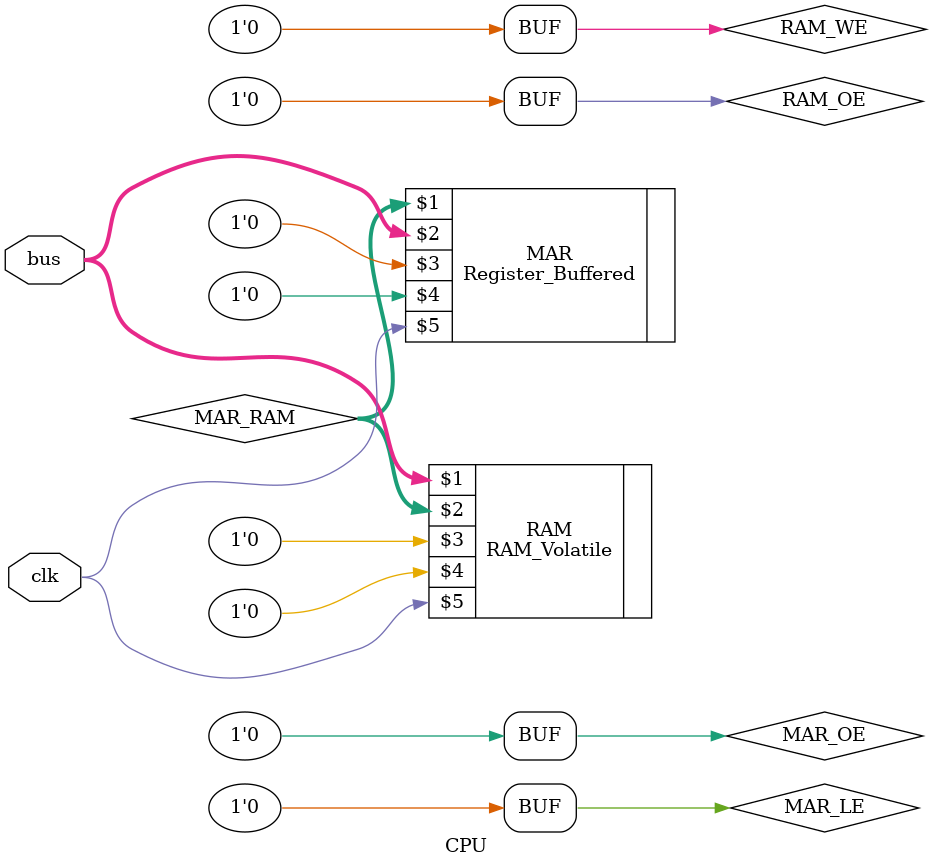
<source format=v>
module CPU(
  inout [busWidth - 1:0] bus,
  input clk);

  parameter busWidth = 16;

  // Control
  reg MAR_OE = 0;
  reg MAR_LE = 0;

  reg RAM_OE = 0;
  reg RAM_WE = 0;

  // Nets
  wire [15:0] MAR_RAM; // Connects MAR output to RAM address

  Register_Buffered #(16) MAR(MAR_RAM[15:0], bus[15:0], MAR_OE, MAR_LE, clk);
  RAM_Volatile #(16, 8) RAM(bus[15:0], MAR_RAM[15:0], RAM_OE, RAM_WE, clk);

endmodule

</source>
